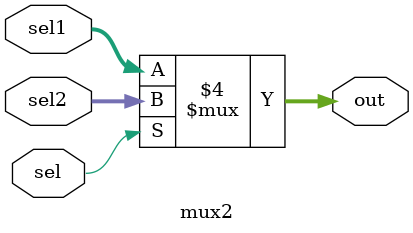
<source format=v>
module mux2 #(
    parameter width=18
) (
    input [width-1:0]sel1,sel2,input sel,output reg [width-1:0] out
);
    always @(*) begin
        if (~sel) 
            out=sel1;
        else
            out=sel2;
    end
endmodule
</source>
